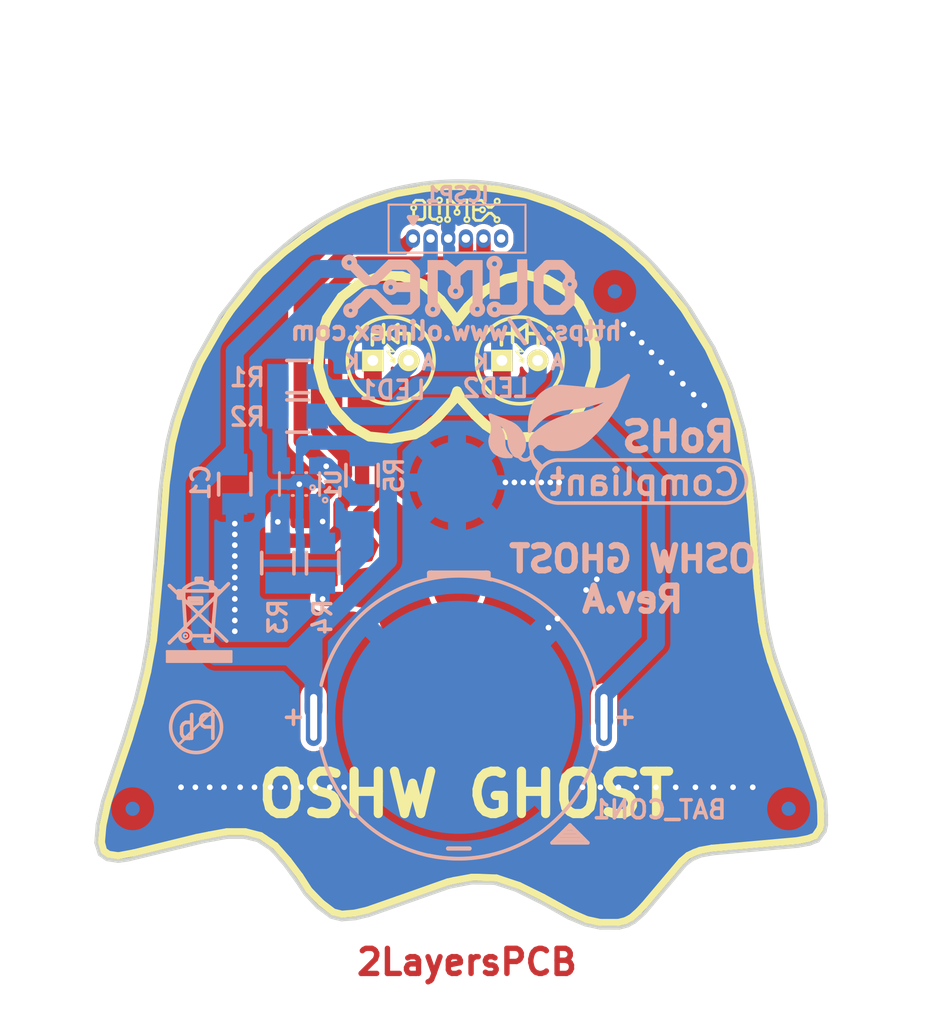
<source format=kicad_pcb>
(kicad_pcb (version 20221018) (generator pcbnew)
  (title_block (company "OLIMEX LTD.") (comment 1 "https://www.olimex.com"))
  (layers (0 "F.Cu" signal) (31 "B.Cu" signal) (34 "B.Paste" user) (35 "F.Paste" user) (36 "B.SilkS" user "B.Silkscreen") (37 "F.SilkS" user "F.Silkscreen") (38 "B.Mask" user) (39 "F.Mask" user) (44 "Edge.Cuts" user))
  (net 0 "")
  (net 1 "+3V3")
  (net 2 "GND")
  (net 3 "Net-(CB1-Pad1)")
  (net 4 "/CLK")
  (net 5 "/DAT")
  (net 6 "/MCLR")
  (net 7 "Net-(LED1-Pad2)")
  (net 8 "Net-(LED2-Pad2)")
  (net 9 "/LED")
  (net 10 "Net-(ICSP1-Pad6)")
  (footprint "OLIMEX_Buttons-FP:CAP_BUT_LOGO_OPENHARDWARE_16x16" (layer "F.Cu") (at 106.045 78.486)
    (fp_text reference "CB1" hide)
    (fp_text value "CAP_BUT" hide)
  )
  (footprint "OLIMEX_LEDs-FP:LED-3mm-PTH-KA" (layer "F.Cu") (at 101.346 62.23)
    (fp_text reference "LED1")
    (fp_text value "LED-3.0MM/GREEN")
  )
  (footprint "OLIMEX_LEDs-FP:LED-3mm-PTH-KA" (layer "F.Cu") (at 110.49 62.23)
    (fp_text reference "LED2")
    (fp_text value "LED-3.0MM/GREEN")
  )
  (footprint "OLIMEX_LOGOs-FP:OLIMEX_LOGO_SMALL_TB" (layer "F.Cu") (at 105.918 51.562)
    (fp_text reference "")
    (fp_text value "")
  )
  (footprint "OLIMEX_Connectors-FP:CR2032H_PTH" (layer "B.Cu") (at 106.172 87.503 -90)
    (fp_text reference "BAT_CON1")
    (fp_text value "CR2032H_PTH")
  )
  (footprint "OLIMEX_RLC-FP:C_1206_5MIL_DWS" (layer "B.Cu") (at 90.297 70.993 -90)
    (fp_text reference "C1")
    (fp_text value "100nF/50V/20%/Y5V/C1206")
  )
  (footprint "OLIMEX_Connectors-FP:ICSP-WU06S" (layer "B.Cu") (at 106.045 53.594)
    (fp_text reference "ICSP1")
    (fp_text value "NA(WU06S)")
  )
  (footprint "OLIMEX_RLC-FP:R_1206_5MIL_DWS" (layer "B.Cu") (at 94.742 63.373)
    (fp_text reference "R1")
    (fp_text value "120R/R1206")
  )
  (footprint "OLIMEX_RLC-FP:R_1206_5MIL_DWS" (layer "B.Cu") (at 94.742 66.167)
    (fp_text reference "R2")
    (fp_text value "120R/R1206")
  )
  (footprint "OLIMEX_RLC-FP:R_1206_5MIL_DWS" (layer "B.Cu") (at 93.345 76.581 -90)
    (fp_text reference "R3")
    (fp_text value "1M/R1206")
  )
  (footprint "OLIMEX_RLC-FP:R_1206_5MIL_DWS" (layer "B.Cu") (at 96.52 76.581 -90)
    (fp_text reference "R4")
    (fp_text value "120R/R1206")
  )
  (footprint "OLIMEX_RLC-FP:R_1206_5MIL_DWS" (layer "B.Cu") (at 99.314 70.358 -90)
    (fp_text reference "R5")
    (fp_text value "NA(10k/R1206)")
  )
  (footprint "OLIMEX_IC-FP:SOT23-6" (layer "B.Cu") (at 94.8826 70.981595 -90)
    (fp_text reference "U1")
    (fp_text value "PIC10F206T-I/OT(SOT23-6)")
  )
  (footprint "OLIMEX_Other-FP:BADGE-PIN-CLIPS" (layer "B.Cu") (at 106.045 70.866)
    (fp_text reference "BPC1" hide)
    (fp_text value "BADGE-PIN-CLIPS")
  )
  (footprint "OLIMEX_Other-FP:Fiducial1x3" (layer "B.Cu") (at 83.058 93.98)
    (fp_text reference "")
    (fp_text value "")
  )
  (footprint "OLIMEX_Other-FP:Fiducial1x3" (layer "B.Cu") (at 117.221 57.3405)
    (fp_text reference "")
    (fp_text value "")
  )
  (footprint "OLIMEX_Other-FP:Fiducial1x3" (layer "B.Cu") (at 129.54 93.98)
    (fp_text reference "")
    (fp_text value "")
  )
  (footprint "OLIMEX_LOGOs-FP:LOGO_PBFREE" (layer "B.Cu") (at 87.757 87.884)
    (fp_text reference "")
    (fp_text value "")
  )
  (footprint "OLIMEX_LOGOs-FP:LOGO_RECYCLEBIN_1" (layer "B.Cu") (at 90.1065 83.6295 180)
    (fp_text reference "" hide)
    (fp_text value "" hide)
  )
  (footprint "OLIMEX_LOGOs-FP:LOGO_ROHS_1" (layer "B.Cu") (at 125.5395 71.6915 180)
    (fp_text reference "Ref**" hide)
    (fp_text value "Val**" hide)
  )
  (footprint "OLIMEX_LOGOs-FP:OLIMEX_LOGO_TB" (layer "B.Cu") (at 106.045 56.9595 180)
    (fp_text reference "" hide)
    (fp_text value "" hide)
  )
  (gr_line (start 103.2129 52.0827) (end 102.9335 52.5399) (stroke (width 0.3)) (layer "B.SilkS"))
  (gr_line (start 102.6287 52.0827) (end 103.2129 52.0827) (stroke (width 0.3)) (layer "B.SilkS"))
  (gr_line (start 102.9081 52.5145) (end 102.6287 52.0827) (stroke (width 0.3)) (layer "B.SilkS"))
  (gr_line (start 102.9335 52.1335) (end 102.9335 52.3621) (stroke (width 0.3)) (layer "B.SilkS"))
  (gr_line (start 122.1232 58.6232) (end 123.9012 61.4934) (stroke (width 0.5)) (layer "F.SilkS"))
  (gr_line (start 99.822 67.6148) (end 101.3714 67.7672) (stroke (width 0.7)) (layer "F.SilkS"))
  (gr_line (start 131.7498 95.4024) (end 131.3942 95.9104) (stroke (width 0.5)) (layer "F.SilkS"))
  (gr_line (start 95.5548 99.7458) (end 94.9198 98.7552) (stroke (width 0.5)) (layer "F.SilkS"))
  (gr_line (start 128.27 83.5152) (end 128.7272 84.836) (stroke (width 0.5)) (layer "F.SilkS"))
  (gr_line (start 130.937 96.0882) (end 130.1496 96.2406) (stroke (width 0.5)) (layer "F.SilkS"))
  (gr_line (start 91.0336 95.6056) (end 89.7382 95.6056) (stroke (width 0.5)) (layer "F.SilkS"))
  (gr_line (start 105.8418 99.06) (end 105.3846 99.1616) (stroke (width 0.5)) (layer "F.SilkS"))
  (gr_line (start 86.2838 66.421) (end 86.995 64.4144) (stroke (width 0.5)) (layer "F.SilkS"))
  (gr_line (start 104.6226 66.3194) (end 105.8164 64.9986) (stroke (width 0.7)) (layer "F.SilkS"))
  (gr_line (start 87.6046 96.012) (end 83.1342 97.1042) (stroke (width 0.5)) (layer "F.SilkS"))
  (gr_line (start 127.6096 80.7212) (end 127.7366 81.5086) (stroke (width 0.5)) (layer "F.SilkS"))
  (gr_line (start 123.8758 61.468) (end 124.968 63.8302) (stroke (width 0.5)) (layer "F.SilkS"))
  (gr_line (start 116.6114 53.086) (end 117.9576 54.0766) (stroke (width 0.5)) (layer "F.SilkS"))
  (gr_line (start 118.4148 101.6762) (end 117.983 101.9048) (stroke (width 0.5)) (layer "F.SilkS"))
  (gr_line (start 96.2152 62.738) (end 96.647 64.3382) (stroke (width 0.7)) (layer "F.SilkS"))
  (gr_line (start 115.8494 62.8142) (end 115.8494 61.3918) (stroke (width 0.7)) (layer "F.SilkS"))
  (gr_line (start 96.3168 60.9092) (end 96.2152 62.738) (stroke (width 0.7)) (layer "F.SilkS"))
  (gr_line (start 89.7382 95.6056) (end 88.4936 95.8342) (stroke (width 0.5)) (layer "F.SilkS"))
  (gr_line (start 105.1814 49.911) (end 106.426 49.911) (stroke (width 0.5)) (layer "F.SilkS"))
  (gr_line (start 97.282 101.2952) (end 96.4184 100.6348) (stroke (width 0.5)) (layer "F.SilkS"))
  (gr_line (start 108.9914 50.1142) (end 110.9218 50.4952) (stroke (width 0.5)) (layer "F.SilkS"))
  (gr_line (start 119.4816 55.4482) (end 121.2342 57.4802) (stroke (width 0.5)) (layer "F.SilkS"))
  (gr_line (start 101.727 50.419) (end 103.7336 50.0634) (stroke (width 0.5)) (layer "F.SilkS"))
  (gr_line (start 83.3628 87.1982) (end 83.5914 86.4616) (stroke (width 0.5)) (layer "F.SilkS"))
  (gr_line (start 103.0478 67.4624) (end 103.6574 67.1322) (stroke (width 0.7)) (layer "F.SilkS"))
  (gr_line (start 131.5212 92.5576) (end 131.7752 93.4212) (stroke (width 0.5)) (layer "F.SilkS"))
  (gr_line (start 112.141 100.2538) (end 110.4392 99.4156) (stroke (width 0.5)) (layer "F.SilkS"))
  (gr_line (start 105.8164 64.9986) (end 106.045 64.4144) (stroke (width 0.7)) (layer "F.SilkS"))
  (gr_line (start 90.0684 58.6486) (end 92.1004 56.1086) (stroke (width 0.5)) (layer "F.SilkS"))
  (gr_line (start 127.1524 76.1746) (end 127.3302 78.359) (stroke (width 0.5)) (layer "F.SilkS"))
  (gr_line (start 125.73 66.2178) (end 126.0094 67.1576) (stroke (width 0.5)) (layer "F.SilkS"))
  (gr_line (start 101.3714 67.7672) (end 103.0478 67.4624) (stroke (width 0.7)) (layer "F.SilkS"))
  (gr_line (start 114.1222 101.346) (end 112.8776 100.6602) (stroke (width 0.5)) (layer "F.SilkS"))
  (gr_line (start 124.714 96.7232) (end 124.1044 96.774) (stroke (width 0.5)) (layer "F.SilkS"))
  (gr_line (start 107.569 98.8314) (end 107.0864 98.8314) (stroke (width 0.5)) (layer "F.SilkS"))
  (gr_line (start 126.8476 72.2884) (end 127.1524 76.1746) (stroke (width 0.5)) (layer "F.SilkS"))
  (gr_line (start 82.8294 89.0016) (end 83.3628 87.1982) (stroke (width 0.5)) (layer "F.SilkS"))
  (gr_line (start 96.6978 52.4764) (end 98.2218 51.6636) (stroke (width 0.5)) (layer "F.SilkS"))
  (gr_line (start 98.2218 51.6636) (end 99.695 51.054) (stroke (width 0.5)) (layer "F.SilkS"))
  (gr_line (start 100.711 56.2356) (end 99.1108 56.769) (stroke (width 0.7)) (layer "F.SilkS"))
  (gr_line (start 124.968 63.8302) (end 125.222 64.4906) (stroke (width 0.5)) (layer "F.SilkS"))
  (gr_line (start 115.3414 64.4906) (end 115.8494 62.8142) (stroke (width 0.7)) (layer "F.SilkS"))
  (gr_line (start 131.3942 95.9104) (end 130.937 96.0882) (stroke (width 0.5)) (layer "F.SilkS"))
  (gr_line (start 126.0094 67.1576) (end 126.4666 69.5706) (stroke (width 0.5)) (layer "F.SilkS"))
  (gr_line (start 81.9404 91.6178) (end 82.8294 89.0016) (stroke (width 0.5)) (layer "F.SilkS"))
  (gr_line (start 113.0046 51.181) (end 114.935 52.0954) (stroke (width 0.5)) (layer "F.SilkS"))
  (gr_line (start 97.8916 101.4476) (end 97.282 101.2952) (stroke (width 0.5)) (layer "F.SilkS"))
  (gr_line (start 83.5914 86.4616) (end 84.1248 84.2772) (stroke (width 0.5)) (layer "F.SilkS"))
  (gr_line (start 80.9498 95.1738) (end 81.3054 93.5482) (stroke (width 0.5)) (layer "F.SilkS"))
  (gr_line (start 96.647 64.3382) (end 97.4852 65.786) (stroke (width 0.7)) (layer "F.SilkS"))
  (gr_line (start 104.902 57.9628) (end 103.6066 56.8198) (stroke (width 0.7)) (layer "F.SilkS"))
  (gr_line (start 112.4458 56.515) (end 110.9218 56.1594) (stroke (width 0.7)) (layer "F.SilkS"))
  (gr_line (start 85.852 68.1228) (end 86.2838 66.421) (stroke (width 0.5)) (layer "F.SilkS"))
  (gr_line (start 122.8598 97.0788) (end 122.428 97.282) (stroke (width 0.5)) (layer "F.SilkS"))
  (gr_line (start 96.8248 59.2582) (end 96.3168 60.9092) (stroke (width 0.7)) (layer "F.SilkS"))
  (gr_line (start 88.4936 95.8342) (end 87.6046 96.012) (stroke (width 0.5)) (layer "F.SilkS"))
  (gr_line (start 92.4306 96.0882) (end 92.1258 95.885) (stroke (width 0.5)) (layer "F.SilkS"))
  (gr_line (start 99.695 51.054) (end 101.727 50.419) (stroke (width 0.5)) (layer "F.SilkS"))
  (gr_line (start 115.8494 61.3918) (end 115.4938 59.7662) (stroke (width 0.7)) (layer "F.SilkS"))
  (gr_line (start 106.7308 65.4304) (end 107.315 66.0908) (stroke (width 0.7)) (layer "F.SilkS"))
  (gr_line (start 114.935 52.0954) (end 116.6114 53.086) (stroke (width 0.5)) (layer "F.SilkS"))
  (gr_line (start 106.4006 65.0748) (end 106.7308 65.4304) (stroke (width 0.7)) (layer "F.SilkS"))
  (gr_line (start 85.0392 76.581) (end 85.4456 70.9422) (stroke (width 0.5)) (layer "F.SilkS"))
  (gr_line (start 111.8616 67.6402) (end 113.3856 67.1068) (stroke (width 0.7)) (layer "F.SilkS"))
  (gr_line (start 84.5312 82.042) (end 84.7598 79.6544) (stroke (width 0.5)) (layer "F.SilkS"))
  (gr_line (start 108.839 98.8822) (end 107.569 98.8314) (stroke (width 0.5)) (layer "F.SilkS"))
  (gr_line (start 81.0006 96.9518) (end 80.8482 96.3422) (stroke (width 0.5)) (layer "F.SilkS"))
  (gr_line (start 105.3846 99.1616) (end 101.854 100.4062) (stroke (width 0.5)) (layer "F.SilkS"))
  (gr_line (start 125.222 64.4906) (end 125.73 66.2178) (stroke (width 0.5)) (layer "F.SilkS"))
  (gr_line (start 110.9218 56.1594) (end 109.4486 56.4642) (stroke (width 0.7)) (layer "F.SilkS"))
  (gr_line (start 131.826 94.5134) (end 131.826 95.0976) (stroke (width 0.5)) (layer "F.SilkS"))
  (gr_line (start 119.2784 100.838) (end 118.8974 101.2444) (stroke (width 0.5)) (layer "F.SilkS"))
  (gr_line (start 89.4842 59.5122) (end 90.0684 58.6486) (stroke (width 0.5)) (layer "F.SilkS"))
  (gr_line (start 81.3562 97.2058) (end 81.0006 96.9518) (stroke (width 0.5)) (layer "F.SilkS"))
  (gr_line (start 118.8974 101.2444) (end 118.4148 101.6762) (stroke (width 0.5)) (layer "F.SilkS"))
  (gr_line (start 97.8662 57.7342) (end 96.8248 59.2582) (stroke (width 0.7)) (layer "F.SilkS"))
  (gr_line (start 117.983 101.9048) (end 117.475 102.0318) (stroke (width 0.5)) (layer "F.SilkS"))
  (gr_line (start 107.6198 57.6326) (end 108.0516 57.2516) (stroke (width 0.7)) (layer "F.SilkS"))
  (gr_line (start 107.4674 49.9364) (end 108.9914 50.1142) (stroke (width 0.5)) (layer "F.SilkS"))
  (gr_line (start 131.826 95.0976) (end 131.7498 95.4024) (stroke (width 0.5)) (layer "F.SilkS"))
  (gr_line (start 117.9576 54.0766) (end 119.4816 55.4482) (stroke (width 0.5)) (layer "F.SilkS"))
  (gr_line (start 93.1672 96.5962) (end 92.4306 96.0882) (stroke (width 0.5)) (layer "F.SilkS"))
  (gr_line (start 128.7272 84.836) (end 129.5146 86.868) (stroke (width 0.5)) (layer "F.SilkS"))
  (gr_line (start 113.3856 67.1068) (end 114.554 65.9638) (stroke (width 0.7)) (layer "F.SilkS"))
  (gr_line (start 85.4456 70.9422) (end 85.852 68.1228) (stroke (width 0.5)) (layer "F.SilkS"))
  (gr_line (start 106.172 49.911) (end 106.68 49.911) (stroke (width 0.5)) (layer "F.SilkS"))
  (gr_line (start 80.8482 96.3422) (end 80.9498 95.1738) (stroke (width 0.5)) (layer "F.SilkS"))
  (gr_line (start 121.9454 97.6884) (end 119.3038 100.8126) (stroke (width 0.5)) (layer "F.SilkS"))
  (gr_line (start 127.9652 82.4484) (end 128.27 83.5406) (stroke (width 0.5)) (layer "F.SilkS"))
  (gr_line (start 98.4758 66.8528) (end 99.822 67.6148) (stroke (width 0.7)) (layer "F.SilkS"))
  (gr_line (start 129.5146 86.868) (end 130.302 88.8238) (stroke (width 0.5)) (layer "F.SilkS"))
  (gr_line (start 106.807 58.4454) (end 107.6198 57.6326) (stroke (width 0.7)) (layer "F.SilkS"))
  (gr_line (start 105.9942 59.4614) (end 106.807 58.4454) (stroke (width 0.7)) (layer "F.SilkS"))
  (gr_line (start 103.6574 67.1322) (end 104.6226 66.3194) (stroke (width 0.7)) (layer "F.SilkS"))
  (gr_line (start 101.854 100.4062) (end 99.6696 101.1682) (stroke (width 0.5)) (layer "F.SilkS"))
  (gr_line (start 106.045 64.4144) (end 106.4006 65.0748) (stroke (width 0.7)) (layer "F.SilkS"))
  (gr_line (start 96.4184 100.6348) (end 95.5548 99.7458) (stroke (width 0.5)) (layer "F.SilkS"))
  (gr_line (start 86.995 64.4144) (end 87.8332 62.4078) (stroke (width 0.5)) (layer "F.SilkS"))
  (gr_line (start 83.1342 97.1042) (end 82.042 97.3074) (stroke (width 0.5)) (layer "F.SilkS"))
  (gr_line (start 84.7598 79.6544) (end 85.0392 76.581) (stroke (width 0.5)) (layer "F.SilkS"))
  (gr_line (start 84.1248 84.2772) (end 84.5312 82.042) (stroke (width 0.5)) (layer "F.SilkS"))
  (gr_line (start 122.428 97.282) (end 121.9454 97.6884) (stroke (width 0.5)) (layer "F.SilkS"))
  (gr_line (start 124.1044 96.774) (end 123.2662 96.9264) (stroke (width 0.5)) (layer "F.SilkS"))
  (gr_line (start 116.1796 102.0318) (end 115.2398 101.8286) (stroke (width 0.5)) (layer "F.SilkS"))
  (gr_line (start 107.0864 98.8314) (end 105.8418 99.06) (stroke (width 0.5)) (layer "F.SilkS"))
  (gr_line (start 126.6698 70.6628) (end 126.8476 72.2884) (stroke (width 0.5)) (layer "F.SilkS"))
  (gr_line (start 123.2662 96.9264) (end 122.8598 97.0788) (stroke (width 0.5)) (layer "F.SilkS"))
  (gr_line (start 110.4138 67.6656) (end 111.8616 67.6402) (stroke (width 0.7)) (layer "F.SilkS"))
  (gr_line (start 94.9198 98.7552) (end 94.0816 97.6376) (stroke (width 0.5)) (layer "F.SilkS"))
  (gr_line (start 103.6066 56.8198) (end 102.1334 56.261) (stroke (width 0.7)) (layer "F.SilkS"))
  (gr_line (start 106.0196 59.4106) (end 104.902 57.9628) (stroke (width 0.7)) (layer "F.SilkS"))
  (gr_line (start 127.3302 78.359) (end 127.6096 80.7212) (stroke (width 0.5)) (layer "F.SilkS"))
  (gr_line (start 82.042 97.3074) (end 81.3562 97.2058) (stroke (width 0.5)) (layer "F.SilkS"))
  (gr_line (start 112.8776 100.6602) (end 112.141 100.2538) (stroke (width 0.5)) (layer "F.SilkS"))
  (gr_line (start 109.9312 67.6148) (end 110.4138 67.6656) (stroke (width 0.7)) (layer "F.SilkS"))
  (gr_line (start 81.3054 93.5482) (end 81.9404 91.6178) (stroke (width 0.5)) (layer "F.SilkS"))
  (gr_line (start 103.7336 50.0634) (end 105.1814 49.911) (stroke (width 0.5)) (layer "F.SilkS"))
  (gr_line (start 114.554 65.9638) (end 115.3414 64.4906) (stroke (width 0.7)) (layer "F.SilkS"))
  (gr_line (start 110.9218 50.4952) (end 113.0046 51.181) (stroke (width 0.5)) (layer "F.SilkS"))
  (gr_line (start 131.7752 93.4212) (end 131.826 94.5134) (stroke (width 0.5)) (layer "F.SilkS"))
  (gr_line (start 126.4666 69.5706) (end 126.6698 70.6628) (stroke (width 0.5)) (layer "F.SilkS"))
  (gr_line (start 97.4852 65.786) (end 98.4758 66.8528) (stroke (width 0.7)) (layer "F.SilkS"))
  (gr_line (start 99.6696 101.1682) (end 98.7806 101.3714) (stroke (width 0.5)) (layer "F.SilkS"))
  (gr_line (start 117.475 102.0318) (end 116.1796 102.0318) (stroke (width 0.5)) (layer "F.SilkS"))
  (gr_line (start 106.68 49.911) (end 107.4674 49.9364) (stroke (width 0.5)) (layer "F.SilkS"))
  (gr_line (start 87.8332 62.4078) (end 89.4842 59.5122) (stroke (width 0.5)) (layer "F.SilkS"))
  (gr_line (start 115.4938 59.7662) (end 114.7064 58.2422) (stroke (width 0.7)) (layer "F.SilkS"))
  (gr_line (start 114.7064 58.2422) (end 113.8174 57.3278) (stroke (width 0.7)) (layer "F.SilkS"))
  (gr_line (start 113.8174 57.3278) (end 112.4458 56.515) (stroke (width 0.7)) (layer "F.SilkS"))
  (gr_line (start 130.1496 96.2406) (end 124.714 96.7232) (stroke (width 0.5)) (layer "F.SilkS"))
  (gr_line (start 107.315 66.0908) (end 108.077 66.802) (stroke (width 0.7)) (layer "F.SilkS"))
  (gr_line (start 94.0816 97.6376) (end 93.1672 96.5962) (stroke (width 0.5)) (layer "F.SilkS"))
  (gr_line (start 99.1108 56.769) (end 97.8662 57.7342) (stroke (width 0.7)) (layer "F.SilkS"))
  (gr_line (start 93.7514 54.61) (end 95.1992 53.4924) (stroke (width 0.5)) (layer "F.SilkS"))
  (gr_line (start 109.4486 56.4642) (end 108.0262 57.277) (stroke (width 0.7)) (layer "F.SilkS"))
  (gr_line (start 95.1992 53.4924) (end 96.6978 52.4764) (stroke (width 0.5)) (layer "F.SilkS"))
  (gr_line (start 127.7366 81.5086) (end 127.9652 82.4484) (stroke (width 0.5)) (layer "F.SilkS"))
  (gr_line (start 108.6866 67.2084) (end 109.9312 67.6148) (stroke (width 0.7)) (layer "F.SilkS"))
  (gr_line (start 98.7806 101.3714) (end 97.8916 101.4476) (stroke (width 0.5)) (layer "F.SilkS"))
  (gr_line (start 102.1334 56.261) (end 100.711 56.2356) (stroke (width 0.7)) (layer "F.SilkS"))
  (gr_line (start 92.1004 56.1086) (end 93.7514 54.61) (stroke (width 0.5)) (layer "F.SilkS"))
  (gr_line (start 92.1258 95.885) (end 91.0336 95.6056) (stroke (width 0.5)) (layer "F.SilkS"))
  (gr_line (start 108.077 66.802) (end 108.6866 67.2084) (stroke (width 0.7)) (layer "F.SilkS"))
  (gr_line (start 130.302 88.8238) (end 130.9624 90.8304) (stroke (width 0.5)) (layer "F.SilkS"))
  (gr_line (start 121.2342 57.4802) (end 122.1232 58.6232) (stroke (width 0.5)) (layer "F.SilkS"))
  (gr_line (start 115.2398 101.8286) (end 114.1222 101.346) (stroke (width 0.5)) (layer "F.SilkS"))
  (gr_line (start 110.4392 99.4156) (end 108.839 98.8822) (stroke (width 0.5)) (layer "F.SilkS"))
  (gr_line (start 130.9624 90.8304) (end 131.5212 92.5576) (stroke (width 0.5)) (layer "F.SilkS"))
  (gr_line (start 128.8796 84.1502) (end 128.397 82.6262) (stroke (width 0.254)) (layer "Edge.Cuts"))
  (gr_line (start 110.1852 99.7204) (end 112.141 100.6856) (stroke (width 0.254)) (layer "Edge.Cuts"))
  (gr_line (start 83.2358 86.3346) (end 82.4738 88.8492) (stroke (width 0.254)) (layer "Edge.Cuts"))
  (gr_line (start 132.1054 93.1164) (end 130.683 88.7476) (stroke (width 0.254)) (layer "Edge.Cuts"))
  (gr_line (start 82.7532 97.5868) (end 88.0872 96.2914) (stroke (width 0.254)) (layer "Edge.Cuts"))
  (gr_line (start 108.6866 99.2378) (end 110.1852 99.7204) (stroke (width 0.254)) (layer "Edge.Cuts"))
  (gr_line (start 132.207 95.123) (end 132.207 94.4372) (stroke (width 0.254)) (layer "Edge.Cuts"))
  (gr_line (start 126.3904 67.1068) (end 125.5776 64.3636) (stroke (width 0.254)) (layer "Edge.Cuts"))
  (gr_line (start 97.8662 101.8286) (end 98.8314 101.7524) (stroke (width 0.254)) (layer "Edge.Cuts"))
  (gr_line (start 128.0668 81.1784) (end 127.8382 79.629) (stroke (width 0.254)) (layer "Edge.Cuts"))
  (gr_line (start 129.3876 85.471) (end 128.8796 84.1502) (stroke (width 0.254)) (layer "Edge.Cuts"))
  (gr_line (start 80.7212 97.2058) (end 81.2292 97.5614) (stroke (width 0.254)) (layer "Edge.Cuts"))
  (gr_line (start 85.2424 69.5706) (end 85.0138 71.4248) (stroke (width 0.254)) (layer "Edge.Cuts"))
  (gr_line (start 119.3292 101.3714) (end 122.2502 97.917) (stroke (width 0.254)) (layer "Edge.Cuts"))
  (gr_line (start 80.9498 93.4212) (end 80.5688 95.0976) (stroke (width 0.254)) (layer "Edge.Cuts"))
  (gr_line (start 105.5116 99.5172) (end 107.0864 99.2124) (stroke (width 0.254)) (layer "Edge.Cuts"))
  (gr_line (start 91.9226 96.2152) (end 92.8116 96.7994) (stroke (width 0.254)) (layer "Edge.Cuts"))
  (gr_line (start 113.9444 101.7016) (end 115.1128 102.1842) (stroke (width 0.254)) (layer "Edge.Cuts"))
  (gr_line (start 122.7328 97.5614) (end 123.317 97.3074) (stroke (width 0.254)) (layer "Edge.Cuts"))
  (gr_line (start 84.1502 81.9658) (end 83.7692 84.1502) (stroke (width 0.254)) (layer "Edge.Cuts"))
  (gr_line (start 84.328 80.2894) (end 84.1502 81.9658) (stroke (width 0.254)) (layer "Edge.Cuts"))
  (gr_line (start 99.7966 101.5238) (end 105.5116 99.5172) (stroke (width 0.254)) (layer "Edge.Cuts"))
  (gr_line (start 125.3998 63.8556) (end 124.2314 61.3156) (stroke (width 0.254)) (layer "Edge.Cuts"))
  (gr_line (start 123.317 97.3074) (end 124.1806 97.155) (stroke (width 0.254)) (layer "Edge.Cuts"))
  (gr_line (start 86.3854 64.9732) (end 85.8774 66.5226) (stroke (width 0.254)) (layer "Edge.Cuts"))
  (gr_line (start 90.932 56.9722) (end 89.281 59.0804) (stroke (width 0.254)) (layer "Edge.Cuts"))
  (gr_line (start 89.281 59.0804) (end 87.4268 62.3824) (stroke (width 0.254)) (layer "Edge.Cuts"))
  (gr_line (start 127.635 77.343) (end 127.2286 72.2376) (stroke (width 0.254)) (layer "Edge.Cuts"))
  (gr_line (start 118.1354 102.2604) (end 118.6434 101.981) (stroke (width 0.254)) (layer "Edge.Cuts"))
  (gr_line (start 85.8774 66.5226) (end 85.5218 67.945) (stroke (width 0.254)) (layer "Edge.Cuts"))
  (gr_line (start 90.9574 95.9866) (end 91.9226 96.2152) (stroke (width 0.254)) (layer "Edge.Cuts"))
  (gr_line (start 122.2502 97.917) (end 122.7328 97.5614) (stroke (width 0.254)) (layer "Edge.Cuts"))
  (gr_line (start 82.042 97.6884) (end 82.7532 97.5868) (stroke (width 0.254)) (layer "Edge.Cuts"))
  (gr_line (start 127.2286 72.2376) (end 127.0254 70.5358) (stroke (width 0.254)) (layer "Edge.Cuts"))
  (gr_line (start 107.0864 99.2124) (end 108.6866 99.2378) (stroke (width 0.254)) (layer "Edge.Cuts"))
  (gr_line (start 93.9038 98.0186) (end 94.6912 99.1108) (stroke (width 0.254)) (layer "Edge.Cuts"))
  (gr_line (start 112.141 100.6856) (end 113.9444 101.7016) (stroke (width 0.254)) (layer "Edge.Cuts"))
  (gr_line (start 81.407 92.0496) (end 80.9498 93.4212) (stroke (width 0.254)) (layer "Edge.Cuts"))
  (gr_line (start 131.6228 96.2406) (end 132.1054 95.5802) (stroke (width 0.254)) (layer "Edge.Cuts"))
  (gr_line (start 130.683 88.7476) (end 129.3876 85.471) (stroke (width 0.254)) (layer "Edge.Cuts"))
  (gr_line (start 122.5804 58.6232) (end 121.8438 57.6072) (stroke (width 0.254)) (layer "Edge.Cuts"))
  (gr_line (start 88.0872 96.2914) (end 89.7636 95.9866) (stroke (width 0.254)) (layer "Edge.Cuts"))
  (gr_line (start 83.7692 84.1502) (end 83.2358 86.3346) (stroke (width 0.254)) (layer "Edge.Cuts"))
  (gr_line (start 92.8116 96.7994) (end 93.091 97.0788) (stroke (width 0.254)) (layer "Edge.Cuts"))
  (gr_line (start 98.8314 101.7524) (end 99.7966 101.5238) (stroke (width 0.254)) (layer "Edge.Cuts"))
  (gr_line (start 93.218 54.5846) (end 91.7702 55.9308) (stroke (width 0.254)) (layer "Edge.Cuts"))
  (gr_line (start 128.397 82.6262) (end 128.0668 81.1784) (stroke (width 0.254)) (layer "Edge.Cuts"))
  (gr_line (start 117.5512 102.4128) (end 118.1354 102.2604) (stroke (width 0.254)) (layer "Edge.Cuts"))
  (gr_line (start 132.1562 93.3958) (end 132.1054 93.1164) (stroke (width 0.254)) (layer "Edge.Cuts"))
  (gr_line (start 85.5218 67.945) (end 85.2424 69.5706) (stroke (width 0.254)) (layer "Edge.Cuts"))
  (gr_line (start 91.7702 55.9308) (end 90.932 56.9722) (stroke (width 0.254)) (layer "Edge.Cuts"))
  (gr_line (start 93.091 97.0788) (end 93.9038 98.0186) (stroke (width 0.254)) (layer "Edge.Cuts"))
  (gr_line (start 117.221 102.4128) (end 117.5512 102.4128) (stroke (width 0.254)) (layer "Edge.Cuts"))
  (gr_line (start 131.0386 96.4692) (end 131.6228 96.2406) (stroke (width 0.254)) (layer "Edge.Cuts"))
  (gr_line (start 80.5688 95.0976) (end 80.4672 96.393) (stroke (width 0.254)) (layer "Edge.Cuts"))
  (gr_line (start 130.2004 96.6216) (end 131.0386 96.4692) (stroke (width 0.254)) (layer "Edge.Cuts"))
  (gr_line (start 80.4672 96.393) (end 80.7212 97.2058) (stroke (width 0.254)) (layer "Edge.Cuts"))
  (gr_line (start 116.1796 102.4128) (end 117.221 102.4128) (stroke (width 0.254)) (layer "Edge.Cuts"))
  (gr_line (start 124.2314 61.3156) (end 122.5804 58.6232) (stroke (width 0.254)) (layer "Edge.Cuts"))
  (gr_line (start 118.6434 101.981) (end 119.3292 101.3714) (stroke (width 0.254)) (layer "Edge.Cuts"))
  (gr_line (start 85.0138 71.4248) (end 84.4804 78.74) (stroke (width 0.254)) (layer "Edge.Cuts"))
  (gr_line (start 84.4804 78.74) (end 84.328 80.2894) (stroke (width 0.254)) (layer "Edge.Cuts"))
  (gr_line (start 121.8438 57.6072) (end 120.142 55.626) (stroke (width 0.254)) (layer "Edge.Cuts"))
  (gr_line (start 95.3008 100.0252) (end 96.1644 100.9396) (stroke (width 0.254)) (layer "Edge.Cuts"))
  (gr_line (start 82.4738 88.8492) (end 81.407 92.0496) (stroke (width 0.254)) (layer "Edge.Cuts"))
  (gr_line (start 127.0254 70.5358) (end 126.3904 67.1068) (stroke (width 0.254)) (layer "Edge.Cuts"))
  (gr_line (start 97.1296 101.6508) (end 97.8662 101.8286) (stroke (width 0.254)) (layer "Edge.Cuts"))
  (gr_line (start 127.8382 79.629) (end 127.635 77.343) (stroke (width 0.254)) (layer "Edge.Cuts"))
  (gr_line (start 87.4268 62.3824) (end 86.3854 64.9732) (stroke (width 0.254)) (layer "Edge.Cuts"))
  (gr_line (start 125.5776 64.3636) (end 125.3998 63.8556) (stroke (width 0.254)) (layer "Edge.Cuts"))
  (gr_arc (start 93.218 54.61) (mid 106.89042 49.541857) (end 120.142 55.626) (stroke (width 0.254)) (layer "Edge.Cuts"))
  (gr_line (start 81.2292 97.5614) (end 82.042 97.6884) (stroke (width 0.254)) (layer "Edge.Cuts"))
  (gr_line (start 124.1806 97.155) (end 125.5522 97.028) (stroke (width 0.254)) (layer "Edge.Cuts"))
  (gr_line (start 115.1128 102.1842) (end 116.1796 102.4128) (stroke (width 0.254)) (layer "Edge.Cuts"))
  (gr_line (start 125.5522 97.028) (end 130.2004 96.6216) (stroke (width 0.254)) (layer "Edge.Cuts"))
  (gr_line (start 132.207 94.4372) (end 132.1562 93.3958) (stroke (width 0.254)) (layer "Edge.Cuts"))
  (gr_line (start 94.6912 99.1108) (end 95.3008 100.0252) (stroke (width 0.254)) (layer "Edge.Cuts"))
  (gr_line (start 132.1054 95.5802) (end 132.207 95.123) (stroke (width 0.254)) (layer "Edge.Cuts"))
  (gr_line (start 96.1644 100.9396) (end 97.1296 101.6508) (stroke (width 0.254)) (layer "Edge.Cuts"))
  (gr_line (start 89.7636 95.9866) (end 90.9574 95.9866) (stroke (width 0.254)) (layer "Edge.Cuts"))
  (gr_text "2LayersPCB" (at 106.7435 104.8385) (layer "F.Cu") (effects (font (size 1.778 1.778) (thickness 0.381))))
  (gr_text "A" (at 113.157 62.357) (layer "B.SilkS") (effects (font (size 1.016 1.016) (thickness 0.254)) (justify mirror)))
  (gr_text "K" (at 107.7595 62.357) (layer "B.SilkS") (effects (font (size 1.016 1.016) (thickness 0.254)) (justify mirror)))
  (gr_text "K" (at 98.6155 62.357) (layer "B.SilkS") (effects (font (size 1.016 1.016) (thickness 0.254)) (justify mirror)))
  (gr_text "A" (at 104.013 62.357) (layer "B.SilkS") (effects (font (size 1.016 1.016) (thickness 0.254)) (justify mirror)))
  (gr_text "https://www.olimex.com" (at 105.9815 60.1345) (layer "B.SilkS") (effects (font (size 1.27 1.27) (thickness 0.3)) (justify mirror)))
  (gr_text "OSHW GHOST\nRev.A" (at 118.491 77.724) (layer "B.SilkS") (effects (font (size 1.778 1.778) (thickness 0.4445)) (justify mirror)))
  (gr_text "OSHW GHOST" (at 106.68 92.964) (layer "F.SilkS") (effects (font (size 3 3) (thickness 0.65))))
  (segment (start 95.872 83.185) (end 95.872 86.003) (width 1.27) (layer "B.Cu") (net 1))
  (segment (start 87.8205 71.0565) (end 89.281 69.596) (width 1.27) (layer "B.Cu") (net 1))
  (segment (start 95.872 86.753) (end 95.872 86.601) (width 1.27) (layer "B.Cu") (net 1))
  (segment (start 103.886 65.4685) (end 114.808 65.4685) (width 1.27) (layer "B.Cu") (net 1))
  (segment (start 116.459 87.74) (end 116.472 87.753) (width 1.27) (layer "B.Cu") (net 1))
  (segment (start 94.8826 69.681495) (end 94.8826 68.933533) (width 0.508) (layer "B.Cu") (net 1))
  (segment (start 96.139 55.753) (end 97.155 55.753) (width 1.27) (layer "B.Cu") (net 1))
  (segment (start 104.17 55.0245) (end 104.17 53.594) (width 1.016) (layer "B.Cu") (net 1))
  (segment (start 95.872 84.8865) (end 94.1705 83.185) (width 1.27) (layer "B.Cu") (net 1))
  (segment (start 95.872 81.674) (end 94.361 83.185) (width 1.27) (layer "B.Cu") (net 1))
  (segment (start 103.251 55.753) (end 103.4415 55.753) (width 1.016) (layer "B.Cu") (net 1))
  (segment (start 97.155 55.753) (end 103.251 55.753) (width 1.27) (layer "B.Cu") (net 1))
  (segment (start 95.872 83.185) (end 94.1705 83.185) (width 1.27) (layer "B.Cu") (net 1))
  (segment (start 101.1555 68.199) (end 103.886 65.4685) (width 1.27) (layer "B.Cu") (net 1))
  (segment (start 90.297 68.3895) (end 90.297 61.595) (width 1.27) (layer "B.Cu") (net 1))
  (segment (start 88.9635 83.185) (end 87.8205 82.042) (width 1.27) (layer "B.Cu") (net 1))
  (segment (start 98.3996 68.0466) (end 96.012 68.0466) (width 1.016) (layer "B.Cu") (net 1))
  (segment (start 94.361 83.185) (end 94.1705 83.185) (width 1.27) (layer "B.Cu") (net 1))
  (segment (start 101.1555 69.075933) (end 101.1555 68.199) (width 1.27) (layer "B.Cu") (net 1))
  (segment (start 120.142 70.8025) (end 120.142 82.2325) (width 1.27) (layer "B.Cu") (net 1))
  (segment (start 90.297 69.596) (end 90.297 68.3895) (width 1.27) (layer "B.Cu") (net 1))
  (segment (start 95.769533 68.0466) (end 96.012 68.0466) (width 0.508) (layer "B.Cu") (net 1))
  (segment (start 98.3996 68.0466) (end 101.0031 68.0466) (width 1.016) (layer "B.Cu") (net 1))
  (segment (start 116.459 85.9155) (end 116.459 87.74) (width 1.27) (layer "B.Cu") (net 1))
  (segment (start 120.142 82.2325) (end 116.459 85.9155) (width 1.27) (layer "B.Cu") (net 1))
  (segment (start 95.872 87.003) (end 95.872 84.8865) (width 1.27) (layer "B.Cu") (net 1))
  (segment (start 101.1555 76.3905) (end 101.1555 69.075933) (width 1.27) (layer "B.Cu") (net 1))
  (segment (start 95.0595 67.818) (end 95.7834 67.818) (width 0.508) (layer "B.Cu") (net 1))
  (segment (start 101.1555 69.075933) (end 101.040567 68.961) (width 1.27) (layer "B.Cu") (net 1))
  (segment (start 87.8205 82.042) (end 87.8205 71.0565) (width 1.27) (layer "B.Cu") (net 1))
  (segment (start 94.8826 67.9949) (end 95.0595 67.818) (width 0.508) (layer "B.Cu") (net 1))
  (segment (start 89.281 69.596) (end 90.297 69.596) (width 1.27) (layer "B.Cu") (net 1))
  (segment (start 94.8826 69.681495) (end 94.8826 68.573495) (width 0.508) (layer "B.Cu") (net 1))
  (segment (start 94.8826 68.573495) (end 95.409495 68.0466) (width 0.508) (layer "B.Cu") (net 1))
  (segment (start 103.4415 55.753) (end 104.17 55.0245) (width 1.016) (layer "B.Cu") (net 1))
  (segment (start 89.281 69.596) (end 90.297 68.58) (width 1.27) (layer "B.Cu") (net 1))
  (segment (start 94.8826 68.573495) (end 94.8826 67.9949) (width 0.508) (layer "B.Cu") (net 1))
  (segment (start 95.7834 67.818) (end 96.012 68.0466) (width 0.508) (layer "B.Cu") (net 1))
  (segment (start 101.040567 68.961) (end 99.314 68.961) (width 1.27) (layer "B.Cu") (net 1))
  (segment (start 95.409495 68.0466) (end 95.5675 68.0466) (width 0.508) (layer "B.Cu") (net 1))
  (segment (start 94.1705 83.185) (end 88.9635 83.185) (width 1.27) (layer "B.Cu") (net 1))
  (segment (start 101.0031 68.0466) (end 101.1555 68.199) (width 1.016) (layer "B.Cu") (net 1))
  (segment (start 90.297 68.58) (end 90.297 68.3895) (width 1.27) (layer "B.Cu") (net 1))
  (segment (start 95.872 83.185) (end 95.872 81.674) (width 1.27) (layer "B.Cu") (net 1))
  (segment (start 98.3996 68.0466) (end 99.314 68.961) (width 1.016) (layer "B.Cu") (net 1))
  (segment (start 95.872 81.674) (end 101.1555 76.3905) (width 1.27) (layer "B.Cu") (net 1))
  (segment (start 94.8826 68.933533) (end 95.769533 68.0466) (width 0.508) (layer "B.Cu") (net 1))
  (segment (start 96.012 68.0466) (end 95.5675 68.0466) (width 1.016) (layer "B.Cu") (net 1))
  (segment (start 114.808 65.4685) (end 120.142 70.8025) (width 1.27) (layer "B.Cu") (net 1))
  (segment (start 90.297 61.595) (end 96.139 55.753) (width 1.27) (layer "B.Cu") (net 1))
  (via (at 118.745 92.456) (size 0.6) (drill 0.4) (layers "F.Cu" "B.Cu") (net 2))
  (via (at 112.014 70.866) (size 0.6) (drill 0.4) (layers "F.Cu" "B.Cu") (net 2))
  (via (at 127 92.456) (size 0.6) (drill 0.4) (layers "F.Cu" "B.Cu") (net 2))
  (via (at 92.837 92.456) (size 0.6) (drill 0.4) (layers "F.Cu" "B.Cu") (net 2))
  (via (at 90.297 76.835) (size 0.6) (drill 0.4) (layers "F.Cu" "B.Cu") (net 2))
  (via (at 117.475 92.456) (size 0.6) (drill 0.4) (layers "F.Cu" "B.Cu") (net 2))
  (via (at 90.297 73.787) (size 0.6) (drill 0.4) (layers "F.Cu" "B.Cu") (net 2))
  (via (at 113.157 80.518) (size 0.6) (drill 0.4) (layers "F.Cu" "B.Cu") (net 2))
  (via (at 90.297 76.073) (size 0.6) (drill 0.4) (layers "F.Cu" "B.Cu") (net 2))
  (via (at 94.869 70.993) (size 0.6) (drill 0.4) (layers "F.Cu" "B.Cu") (net 2))
  (via (at 121.285 63.119) (size 0.6) (drill 0.4) (layers "F.Cu" "B.Cu") (net 2))
  (via (at 90.678 92.456) (size 0.6) (drill 0.4) (layers "F.Cu" "B.Cu") (net 2))
  (via (at 119.8245 61.6585) (size 0.6) (drill 0.4) (layers "F.Cu" "B.Cu") (net 2))
  (via (at 124.206 92.456) (size 0.6) (drill 0.4) (layers "F.Cu" "B.Cu") (net 2))
  (via (at 125.603 92.456) (size 0.6) (drill 0.4) (layers "F.Cu" "B.Cu") (net 2))
  (via (at 109.474 70.866) (size 0.6) (drill 0.4) (layers "F.Cu" "B.Cu") (net 2))
  (via (at 110.109 70.866) (size 0.6) (drill 0.4) (layers "F.Cu" "B.Cu") (net 2))
  (via (at 112.649 70.866) (size 0.6) (drill 0.4) (layers "F.Cu" "B.Cu") (net 2))
  (via (at 86.487 92.456) (size 0.6) (drill 0.4) (layers "F.Cu" "B.Cu") (net 2))
  (via (at 121.539 92.456) (size 0.6) (drill 0.4) (layers "F.Cu" "B.Cu") (net 2))
  (via (at 90.297 81.407) (size 0.6) (drill 0.4) (layers "F.Cu" "B.Cu") (net 2))
  (via (at 94.996 92.456) (size 0.6) (drill 0.4) (layers "F.Cu" "B.Cu") (net 2))
  (via (at 91.694 92.456) (size 0.6) (drill 0.4) (layers "F.Cu" "B.Cu") (net 2))
  (via (at 119.126 60.96) (size 0.6) (drill 0.4) (layers "F.Cu" "B.Cu") (net 2))
  (via (at 90.297 80.645) (size 0.6) (drill 0.4) (layers "F.Cu" "B.Cu") (net 2))
  (via (at 120.142 92.456) (size 0.6) (drill 0.4) (layers "F.Cu" "B.Cu") (net 2))
  (via (at 113.284 70.866) (size 0.6) (drill 0.4) (layers "F.Cu" "B.Cu") (net 2))
  (via (at 90.297 74.549) (size 0.6) (drill 0.4) (layers "F.Cu" "B.Cu") (net 2))
  (via (at 90.297 77.597) (size 0.6) (drill 0.4) (layers "F.Cu" "B.Cu") (net 2))
  (via (at 98.044 92.456) (size 0.6) (drill 0.4) (layers "F.Cu" "B.Cu") (net 2))
  (via (at 90.297 79.121) (size 0.6) (drill 0.4) (layers "F.Cu" "B.Cu") (net 2))
  (via (at 122.047 63.881) (size 0.6) (drill 0.4) (layers "F.Cu" "B.Cu") (net 2))
  (via (at 89.535 92.456) (size 0.6) (drill 0.4) (layers "F.Cu" "B.Cu") (net 2))
  (via (at 123.571 65.405) (size 0.6) (drill 0.4) (layers "F.Cu" "B.Cu") (net 2))
  (via (at 90.297 78.359) (size 0.6) (drill 0.4) (layers "F.Cu" "B.Cu") (net 2))
  (via (at 87.503 92.456) (size 0.6) (drill 0.4) (layers "F.Cu" "B.Cu") (net 2))
  (via (at 97.028 92.456) (size 0.6) (drill 0.4) (layers "F.Cu" "B.Cu") (net 2))
  (via (at 116.205 92.456) (size 0.6) (drill 0.4) (layers "F.Cu" "B.Cu") (net 2))
  (via (at 122.936 92.456) (size 0.6) (drill 0.4) (layers "F.Cu" "B.Cu") (net 2))
  (via (at 88.519 92.456) (size 0.6) (drill 0.4) (layers "F.Cu" "B.Cu") (net 2))
  (via (at 90.297 79.883) (size 0.6) (drill 0.4) (layers "F.Cu" "B.Cu") (net 2))
  (via (at 111.379 70.866) (size 0.6) (drill 0.4) (layers "F.Cu" "B.Cu") (net 2))
  (via (at 112.522 81.153) (size 0.6) (drill 0.4) (layers "F.Cu" "B.Cu") (net 2))
  (via (at 117.856 59.69) (size 0.6) (drill 0.4) (layers "F.Cu" "B.Cu") (net 2))
  (via (at 110.744 70.866) (size 0.6) (drill 0.4) (layers "F.Cu" "B.Cu") (net 2))
  (via (at 122.809 64.643) (size 0.6) (drill 0.4) (layers "F.Cu" "B.Cu") (net 2))
  (via (at 120.523 62.357) (size 0.6) (drill 0.4) (layers "F.Cu" "B.Cu") (net 2))
  (via (at 118.491 60.325) (size 0.6) (drill 0.4) (layers "F.Cu" "B.Cu") (net 2))
  (via (at 115.951 77.724) (size 0.6) (drill 0.4) (layers "F.Cu" "B.Cu") (net 2))
  (via (at 93.853 92.456) (size 0.6) (drill 0.4) (layers "F.Cu" "B.Cu") (net 2))
  (via (at 114.935 92.456) (size 0.6) (drill 0.4) (layers "F.Cu" "B.Cu") (net 2))
  (via (at 96.012 92.456) (size 0.6) (drill 0.4) (layers "F.Cu" "B.Cu") (net 2))
  (via (at 90.297 75.311) (size 0.6) (drill 0.4) (layers "F.Cu" "B.Cu") (net 2))
  (via (at 115.189 78.486) (size 0.6) (drill 0.4) (layers "F.Cu" "B.Cu") (net 2))
  (segment (start 94.869 72.268095) (end 94.869 70.993) (width 0.508) (layer "B.Cu") (net 2))
  (segment (start 90.932 72.39) (end 92.329 70.993) (width 0.762) (layer "B.Cu") (net 2))
  (segment (start 92.329 70.993) (end 94.869 70.993) (width 0.762) (layer "B.Cu") (net 2))
  (segment (start 101.219 59.817) (end 100.076 60.96) (width 1.524) (layer "B.Cu") (net 2))
  (segment (start 100.076 60.96) (end 100.076 62.23) (width 1.524) (layer "B.Cu") (net 2))
  (segment (start 101.219 92.456) (end 94.996 92.456) (width 2.032) (layer "B.Cu") (net 2))
  (segment (start 109.474 70.866) (end 110.109 70.866) (width 1.016) (layer "B.Cu") (net 2))
  (segment (start 110.109 70.866) (end 110.744 70.866) (width 1.016) (layer "B.Cu") (net 2))
  (segment (start 110.744 70.866) (end 111.379 70.866) (width 1.016) (layer "B.Cu") (net 2))
  (segment (start 111.379 70.866) (end 112.014 70.866) (width 1.016) (layer "B.Cu") (net 2))
  (segment (start 112.014 70.866) (end 112.649 70.866) (width 1.016) (layer "B.Cu") (net 2))
  (segment (start 112.649 70.866) (end 113.284 70.866) (width 1.016) (layer "B.Cu") (net 2))
  (segment (start 113.284 70.866) (end 113.665 70.866) (width 1.016) (layer "B.Cu") (net 2))
  (segment (start 113.8555 79.8195) (end 115.951 77.724) (width 2.032) (layer "B.Cu") (net 2))
  (segment (start 114.554 79.121) (end 113.8555 79.8195) (width 2.032) (layer "B.Cu") (net 2))
  (segment (start 115.189 78.486) (end 114.554 79.121) (width 2.032) (layer "B.Cu") (net 2))
  (segment (start 115.951 77.724) (end 116.459 77.216) (width 2.032) (layer "B.Cu") (net 2))
  (segment (start 113.157 80.518) (end 115.189 78.486) (width 2.032) (layer "B.Cu") (net 2))
  (segment (start 112.522 81.153) (end 113.157 80.518) (width 2.032) (layer "B.Cu") (net 2))
  (segment (start 98.044 92.456) (end 92.837 92.456) (width 2.032) (layer "B.Cu") (net 2))
  (segment (start 97.028 92.456) (end 98.044 92.456) (width 2.032) (layer "B.Cu") (net 2))
  (segment (start 96.012 92.456) (end 97.028 92.456) (width 2.032) (layer "B.Cu") (net 2))
  (segment (start 94.996 92.456) (end 96.012 92.456) (width 2.032) (layer "B.Cu") (net 2))
  (segment (start 93.853 92.456) (end 90.678 92.456) (width 2.032) (layer "B.Cu") (net 2))
  (segment (start 92.837 92.456) (end 93.853 92.456) (width 2.032) (layer "B.Cu") (net 2))
  (segment (start 91.694 92.456) (end 86.487 92.456) (width 2.032) (layer "B.Cu") (net 2))
  (segment (start 90.678 92.456) (end 91.694 92.456) (width 2.032) (layer "B.Cu") (net 2))
  (segment (start 89.535 92.456) (end 85.852 92.456) (width 2.032) (layer "B.Cu") (net 2))
  (segment (start 88.519 92.456) (end 89.535 92.456) (width 2.032) (layer "B.Cu") (net 2))
  (segment (start 87.503 92.456) (end 88.519 92.456) (width 2.032) (layer "B.Cu") (net 2))
  (segment (start 86.487 92.456) (end 87.503 92.456) (width 2.032) (layer "B.Cu") (net 2))
  (segment (start 111.125 92.456) (end 114.935 92.456) (width 2.032) (layer "B.Cu") (net 2))
  (segment (start 114.935 92.456) (end 116.205 92.456) (width 2.032) (layer "B.Cu") (net 2))
  (segment (start 116.205 92.456) (end 117.475 92.456) (width 2.032) (layer "B.Cu") (net 2))
  (segment (start 117.475 92.456) (end 118.745 92.456) (width 2.032) (layer "B.Cu") (net 2))
  (segment (start 118.745 92.456) (end 120.142 92.456) (width 2.032) (layer "B.Cu") (net 2))
  (segment (start 120.142 92.456) (end 121.539 92.456) (width 2.032) (layer "B.Cu") (net 2))
  (segment (start 121.539 92.456) (end 122.936 92.456) (width 2.032) (layer "B.Cu") (net 2))
  (segment (start 122.936 92.456) (end 124.206 92.456) (width 2.032) (layer "B.Cu") (net 2))
  (segment (start 124.206 92.456) (end 125.603 92.456) (width 2.032) (layer "B.Cu") (net 2))
  (segment (start 125.603 92.456) (end 127 92.456) (width 2.032) (layer "B.Cu") (net 2))
  (segment (start 127 92.456) (end 127.381 92.456) (width 2.032) (layer "B.Cu") (net 2))
  (segment (start 90.297 73.787) (end 90.297 74.549) (width 1.016) (layer "B.Cu") (net 2))
  (segment (start 90.297 74.549) (end 90.297 75.311) (width 1.016) (layer "B.Cu") (net 2))
  (segment (start 90.297 75.311) (end 90.297 76.073) (width 1.016) (layer "B.Cu") (net 2))
  (segment (start 90.297 76.073) (end 90.297 76.835) (width 1.016) (layer "B.Cu") (net 2))
  (segment (start 90.297 76.835) (end 90.297 77.597) (width 1.016) (layer "B.Cu") (net 2))
  (segment (start 90.297 77.597) (end 90.297 78.359) (width 1.016) (layer "B.Cu") (net 2))
  (segment (start 90.297 78.359) (end 90.297 79.121) (width 1.016) (layer "B.Cu") (net 2))
  (segment (start 90.297 79.121) (end 90.297 79.883) (width 1.016) (layer "B.Cu") (net 2))
  (segment (start 90.297 79.883) (end 90.297 80.645) (width 1.016) (layer "B.Cu") (net 2))
  (segment (start 90.297 80.645) (end 90.297 81.407) (width 1.016) (layer "B.Cu") (net 2))
  (segment (start 90.297 81.407) (end 90.297 81.534) (width 1.016) (layer "B.Cu") (net 2))
  (segment (start 109.22 59.69) (end 101.346 59.69) (width 1.524) (layer "B.Cu") (net 2))
  (segment (start 101.346 59.69) (end 101.219 59.817) (width 1.524) (layer "B.Cu") (net 2))
  (segment (start 117.856 59.69) (end 118.491 60.325) (width 1.524) (layer "B.Cu") (net 2))
  (segment (start 118.491 60.325) (end 119.126 60.96) (width 1.524) (layer "B.Cu") (net 2))
  (segment (start 119.126 60.96) (end 119.8245 61.6585) (width 1.524) (layer "B.Cu") (net 2))
  (segment (start 119.8245 61.6585) (end 120.523 62.357) (width 1.524) (layer "B.Cu") (net 2))
  (segment (start 120.523 62.357) (end 121.285 63.119) (width 1.524) (layer "B.Cu") (net 2))
  (segment (start 121.285 63.119) (end 122.047 63.881) (width 1.524) (layer "B.Cu") (net 2))
  (segment (start 122.047 63.881) (end 122.809 64.643) (width 1.524) (layer "B.Cu") (net 2))
  (segment (start 122.809 64.643) (end 123.571 65.405) (width 1.524) (layer "B.Cu") (net 2))
  (segment (start 123.571 65.405) (end 124.079 65.913) (width 1.524) (layer "B.Cu") (net 2))
  (segment (start 109.22 59.69) (end 117.856 59.69) (width 1.524) (layer "B.Cu") (net 2))
  (segment (start 90.297 72.39) (end 90.932 72.39) (width 0.762) (layer "B.Cu") (net 2))
  (segment (start 106.045 70.866) (end 106.045 74.967219) (width 1.27) (layer "B.Cu") (net 2))
  (segment (start 94.8826 72.281695) (end 94.869 72.268095) (width 0.508) (layer "B.Cu") (net 2))
  (segment (start 106.045 70.866) (end 106.045 67.183) (width 1.27) (layer "B.Cu") (net 2))
  (segment (start 106.172 87.503) (end 101.219 92.456) (width 2.032) (layer "B.Cu") (net 2))
  (segment (start 106.045 70.866) (end 109.474 70.866) (width 1.016) (layer "B.Cu") (net 2))
  (segment (start 90.297 72.39) (end 90.297 73.787) (width 1.016) (layer "B.Cu") (net 2))
  (segment (start 106.172 87.503) (end 106.045 87.503) (width 2.032) (layer "B.Cu") (net 2))
  (segment (start 106.172 87.503) (end 111.125 92.456) (width 2.032) (layer "B.Cu") (net 2))
  (segment (start 106.172 87.503) (end 105.918 87.503) (width 2.032) (layer "B.Cu") (net 2))
  (segment (start 106.045 70.866) (end 102.8065 70.866) (width 1.27) (layer "B.Cu") (net 2))
  (segment (start 109.22 62.23) (end 109.22 59.69) (width 1.524) (layer "B.Cu") (net 2))
  (segment (start 106.172 87.503) (end 112.522 81.153) (width 2.032) (layer "B.Cu") (net 2))
  (segment (start 106.045 71.882) (end 106.045 73.406) (width 1.016) (layer "F.Cu") (net 3))
  (segment (start 106.045 73.406) (end 100.33 79.121) (width 1.016) (layer "F.Cu") (net 3))
  (segment (start 100.33 79.121) (end 96.52 79.121) (width 1.016) (layer "F.Cu") (net 3))
  (via (at 96.52 79.121) (size 0.6) (drill 0.4) (layers "F.Cu" "B.Cu") (net 3))
  (segment (start 96.52 77.978) (end 96.52 78.696736) (width 1.016) (layer "B.Cu") (net 3))
  (segment (start 96.52 78.696736) (end 96.52 79.121) (width 1.016) (layer "B.Cu") (net 3))
  (segment (start 93.345 77.978) (end 96.52 77.978) (width 1.524) (layer "B.Cu") (net 3))
  (segment (start 97.409 66.675) (end 97.409 58.801) (width 1.016) (layer "F.Cu") (net 4))
  (segment (start 93.345 73.66) (end 93.345 74.295) (width 1.016) (layer "F.Cu") (net 4))
  (segment (start 93.345 74.295) (end 94.0435 74.9935) (width 1.016) (layer "F.Cu") (net 4))
  (segment (start 107.92 55.402) (end 107.92 53.594) (width 1.016) (layer "F.Cu") (net 4))
  (segment (start 99.314 68.58) (end 97.409 66.675) (width 1.016) (layer "F.Cu") (net 4))
  (segment (start 97.79 74.168) (end 97.79 72.466202) (width 1.016) (layer "F.Cu") (net 4))
  (segment (start 97.409 58.801) (end 99.568 56.642) (width 1.016) (layer "F.Cu") (net 4))
  (segment (start 99.314 70.942202) (end 99.314 68.58) (width 1.016) (layer "F.Cu") (net 4))
  (segment (start 94.0435 74.9935) (end 96.9645 74.9935) (width 1.016) (layer "F.Cu") (net 4))
  (segment (start 96.9645 74.9935) (end 97.79 74.168) (width 1.016) (layer "F.Cu") (net 4))
  (segment (start 99.568 56.642) (end 106.68 56.642) (width 1.016) (layer "F.Cu") (net 4))
  (segment (start 97.79 72.466202) (end 99.314 70.942202) (width 1.016) (layer "F.Cu") (net 4))
  (segment (start 106.68 56.642) (end 107.92 55.402) (width 1.016) (layer "F.Cu") (net 4))
  (via (at 93.345 73.66) (size 0.6) (drill 0.4) (layers "F.Cu" "B.Cu") (net 4))
  (segment (start 93.351705 72.281695) (end 93.345 72.2884) (width 0.2032) (layer "B.Cu") (net 4))
  (segment (start 93.345 73.5838) (end 93.345 73.66) (width 1.016) (layer "B.Cu") (net 4))
  (segment (start 93.345 72.2884) (end 93.351705 72.281695) (width 1.016) (layer "B.Cu") (net 4))
  (segment (start 92.964 71.9455) (end 92.964 73.2536) (width 0.254) (layer "B.Cu") (net 4))
  (segment (start 93.345 75.184) (end 93.345 73.5838) (width 1.016) (layer "B.Cu") (net 4))
  (segment (start 93.6498 71.7804) (end 93.1291 71.7804) (width 0.254) (layer "B.Cu") (net 4))
  (segment (start 93.9326 72.281695) (end 93.9326 74.5964) (width 0.508) (layer "B.Cu") (net 4))
  (segment (start 92.964 73.2536) (end 93.345 73.66) (width 0.254) (layer "B.Cu") (net 4))
  (segment (start 93.9326 74.5964) (end 93.345 75.184) (width 0.508) (layer "B.Cu") (net 4))
  (segment (start 93.9326 72.281695) (end 93.9326 72.0632) (width 0.254) (layer "B.Cu") (net 4))
  (segment (start 93.9326 72.281695) (end 93.351705 72.281695) (width 0.2032) (layer "B.Cu") (net 4))
  (segment (start 93.1291 71.7804) (end 92.964 71.9455) (width 0.254) (layer "B.Cu") (net 4))
  (segment (start 93.9326 72.0632) (end 93.6498 71.7804) (width 0.254) (layer "B.Cu") (net 4))
  (segment (start 93.345 73.5838) (end 93.345 72.2884) (width 1.016) (layer "B.Cu") (net 4))
  (segment (start 98.094789 70.307211) (end 98.094789 69.085013) (width 1.016) (layer "F.Cu") (net 5))
  (segment (start 96.52 73.6346) (end 96.52 71.882) (width 1.016) (layer "F.Cu") (net 5))
  (segment (start 106.045 55.372) (end 106.67 54.747) (width 1.016) (layer "F.Cu") (net 5))
  (segment (start 98.094789 69.085013) (end 96.189789 67.180013) (width 1.016) (layer "F.Cu") (net 5))
  (segment (start 96.189789 58.242211) (end 99.06 55.372) (width 1.016) (layer "F.Cu") (net 5))
  (segment (start 96.189789 67.180013) (end 96.189789 58.242211) (width 1.016) (layer "F.Cu") (net 5))
  (segment (start 96.52 71.882) (end 98.094789 70.307211) (width 1.016) (layer "F.Cu") (net 5))
  (segment (start 99.06 55.372) (end 106.045 55.372) (width 1.016) (layer "F.Cu") (net 5))
  (segment (start 106.67 54.747) (end 106.67 53.594) (width 1.016) (layer "F.Cu") (net 5))
  (via (at 96.52 73.6346) (size 0.6) (drill 0.4) (layers "F.Cu" "B.Cu") (net 5))
  (segment (start 96.284695 72.281695) (end 96.2914 72.2884) (width 0.254) (layer "B.Cu") (net 5))
  (segment (start 96.52 72.517) (end 96.284695 72.281695) (width 1.016) (layer "B.Cu") (net 5))
  (segment (start 95.8326 72.07918) (end 96.12249 71.78929) (width 0.254) (layer "B.Cu") (net 5))
  (segment (start 96.12376 71.78802) (end 96.12884 71.78802) (width 0.254) (layer "B.Cu") (net 5))
  (segment (start 96.12249 71.78929) (end 96.12376 71.78802) (width 0.254) (layer "B.Cu") (net 5))
  (segment (start 96.89846 72.13854) (end 96.89846 73.04786) (width 0.254) (layer "B.Cu") (net 5))
  (segment (start 96.89846 73.04786) (end 96.79178 73.04786) (width 0.254) (layer "B.Cu") (net 5))
  (segment (start 96.79178 73.04786) (end 96.52 72.77608) (width 0.254) (layer "B.Cu") (net 5))
  (segment (start 96.52 72.77608) (end 96.52 72.517) (width 1.016) (layer "B.Cu") (net 5))
  (segment (start 96.151015 71.96328) (end 96.89846 71.96328) (width 0.254) (layer "B.Cu") (net 5))
  (segment (start 96.89846 71.96328) (end 96.89846 72.13854) (width 0.254) (layer "B.Cu") (net 5))
  (segment (start 96.89846 71.94296) (end 96.89846 71.96328) (width 0.254) (layer "B.Cu") (net 5))
  (segment (start 96.52 73.6346) (end 96.52 72.77608) (width 1.016) (layer "B.Cu") (net 5))
  (segment (start 95.8326 72.281695) (end 95.8326 72.07918) (width 0.254) (layer "B.Cu") (net 5))
  (segment (start 95.8326 72.281695) (end 95.8326 74.4966) (width 0.508) (layer "B.Cu") (net 5))
  (segment (start 96.12249 71.78929) (end 96.74479 71.78929) (width 0.254) (layer "B.Cu") (net 5))
  (segment (start 95.8326 72.281695) (end 96.284695 72.281695) (width 0.254) (layer "B.Cu") (net 5))
  (segment (start 96.52 75.184) (end 96.52 73.6346) (width 1.016) (layer "B.Cu") (net 5))
  (segment (start 96.74479 71.78929) (end 96.89846 71.94296) (width 0.254) (layer "B.Cu") (net 5))
  (segment (start 95.8326 72.281695) (end 96.151015 71.96328) (width 0.254) (layer "B.Cu") (net 5))
  (segment (start 95.8326 74.4966) (end 96.52 75.184) (width 0.508) (layer "B.Cu") (net 5))
  (segment (start 102.87 53.594) (end 102.92 53.594) (width 1.016) (layer "F.Cu") (net 6))
  (segment (start 94.97058 67.91958) (end 94.97058 57.737196) (width 1.016) (layer "F.Cu") (net 6))
  (segment (start 98.605776 54.102) (end 102.362 54.102) (width 1.016) (layer "F.Cu") (net 6))
  (segment (start 94.97058 57.737196) (end 98.605776 54.102) (width 1.016) (layer "F.Cu") (net 6))
  (segment (start 102.362 54.102) (end 102.87 53.594) (width 1.016) (layer "F.Cu") (net 6))
  (segment (start 96.774 69.723) (end 94.97058 67.91958) (width 1.016) (layer "F.Cu") (net 6))
  (via (at 96.774 69.723) (size 0.6) (drill 0.4) (layers "F.Cu" "B.Cu") (net 6))
  (segment (start 98.806 71.755) (end 97.2185 70.1675) (width 1.27) (layer "B.Cu") (net 6))
  (segment (start 96.732495 69.681495) (end 96.774 69.723) (width 0.508) (layer "B.Cu") (net 6))
  (segment (start 95.874105 69.723) (end 96.774 69.723) (width 0.508) (layer "B.Cu") (net 6))
  (segment (start 95.83006 69.65094) (end 96.1898 69.2912) (width 0.508) (layer "B.Cu") (net 6))
  (segment (start 96.19488 69.2912) (end 96.647 69.2912) (width 0.508) (layer "B.Cu") (net 6))
  (segment (start 96.71177 69.30517) (end 96.84131 69.43471) (width 0.508) (layer "B.Cu") (net 6))
  (segment (start 96.774 69.35724) (end 96.774 69.723) (width 0.508) (layer "B.Cu") (net 6))
  (segment (start 95.8326 69.8484) (end 96.1517 70.1675) (width 0.254) (layer "B.Cu") (net 6))
  (segment (start 96.1517 70.1675) (end 96.3803 70.1675) (width 0.254) (layer "B.Cu") (net 6))
  (segment (start 97.2185 70.1675) (end 96.774 69.723) (width 1.27) (layer "B.Cu") (net 6))
  (segment (start 95.894295 69.681495) (end 96.3803 70.1675) (width 0.254) (layer "B.Cu") (net 6))
  (segment (start 96.3803 70.1675) (end 97.2185 70.1675) (width 0.254) (layer "B.Cu") (net 6))
  (segment (start 95.8326 69.681495) (end 95.8326 69.8484) (width 0.254) (layer "B.Cu") (net 6))
  (segment (start 99.314 71.755) (end 98.806 71.755) (width 1.27) (layer "B.Cu") (net 6))
  (segment (start 95.8326 69.681495) (end 95.894295 69.681495) (width 0.254) (layer "B.Cu") (net 6))
  (segment (start 95.8326 69.681495) (end 95.874105 69.723) (width 0.508) (layer "B.Cu") (net 6))
  (segment (start 95.8326 69.681495) (end 95.8326 69.58744) (width 0.508) (layer "B.Cu") (net 6))
  (segment (start 96.9645 64.1985) (end 96.139 63.373) (width 1.27) (layer "B.Cu") (net 7))
  (segment (start 102.616 62.5475) (end 100.965 64.1985) (width 1.27) (layer "B.Cu") (net 7))
  (segment (start 102.616 62.23) (end 102.616 62.5475) (width 1.27) (layer "B.Cu") (net 7))
  (segment (start 100.965 64.1985) (end 96.9645 64.1985) (width 1.27) (layer "B.Cu") (net 7))
  (segment (start 111.072341 63.995289) (end 111.76 63.30763) (width 1.27) (layer "B.Cu") (net 8))
  (segment (start 111.76 63.30763) (end 111.76 62.23) (width 1.27) (layer "B.Cu") (net 8))
  (segment (start 96.139 66.167) (end 101.079934 66.167) (width 1.27) (layer "B.Cu") (net 8))
  (segment (start 103.251645 63.995289) (end 111.072341 63.995289) (width 1.27) (layer "B.Cu") (net 8))
  (segment (start 101.079934 66.167) (end 103.251645 63.995289) (width 1.27) (layer "B.Cu") (net 8))
  (segment (start 93.891095 69.723) (end 93.472 69.723) (width 0.254) (layer "B.Cu") (net 9))
  (segment (start 93.472 66.294) (end 93.472 69.57568) (width 1.016) (layer "B.Cu") (net 9))
  (segment (start 93.9326 70.159018) (end 93.930922 70.15734) (width 0.254) (layer "B.Cu") (net 9))
  (segment (start 93.930922 70.15734) (end 93.09862 70.15734) (width 0.254) (layer "B.Cu") (net 9))
  (segment (start 93.091 70.14972) (end 93.091 69.57568) (width 0.254) (layer "B.Cu") (net 9))
  (segment (start 93.091 69.57568) (end 93.472 69.57568) (width 0.254) (layer "B.Cu") (net 9))
  (segment (start 93.472 69.57568) (end 93.472 69.723) (width 1.016) (layer "B.Cu") (net 9))
  (segment (start 93.345 66.167) (end 93.472 66.294) (width 1.016) (layer "B.Cu") (net 9))
  (segment (start 93.9326 69.681495) (end 93.891095 69.723) (width 0.254) (layer "B.Cu") (net 9))
  (segment (start 93.9326 69.681495) (end 93.9326 70.159018) (width 0.254) (layer "B.Cu") (net 9))
  (segment (start 93.09862 70.15734) (end 93.091 70.14972) (width 0.254) (layer "B.Cu") (net 9))
  (segment (start 93.345 63.373) (end 93.345 66.167) (width 1.524) (layer "B.Cu") (net 9))
  (zone (net 2) (net_name "GND") (layer "F.Cu") (connect_pads (clearance 0.381)) (min_thickness 0.254) (fill yes (thermal_gap 0.508) (thermal_bridge_width 1.27))
    (polygon (pts (xy 137.16 106.68) (xy 76.2 106.68) (xy 76.2 43.18) (xy 137.16 43.18)))
  )
  (zone (net 2) (net_name "GND") (layer "B.Cu") (connect_pads (clearance 0.381)) (min_thickness 0.254) (fill yes (thermal_gap 0.508) (thermal_bridge_width 1.27))
    (polygon (pts (xy 139.7 109.22) (xy 73.66 109.22) (xy 73.66 40.64) (xy 139.7 40.64)))
  )
  (zone (net 0) (net_name "") (layer "B.Cu") (connect_pads (clearance 0)) (min_thickness 0.254)
    (keepout (tracks allowed) (vias allowed) (pads allowed) (copperpour not_allowed) (footprints allowed))
    (fill yes (thermal_gap 0.508) (thermal_bridge_width 1.27))
    (polygon (pts (xy 89.535 70.485) (xy 91.313 70.485) (xy 91.313 71.4375) (xy 89.408 71.4375) (xy 89.408 70.485)))
  )
  (zone (net 0) (net_name "") (layer "B.Cu") (connect_pads (clearance 0)) (min_thickness 0.254)
    (keepout (tracks allowed) (vias allowed) (pads allowed) (copperpour not_allowed) (footprints allowed))
    (fill yes (thermal_gap 0.508) (thermal_bridge_width 1.27))
    (polygon (pts (xy 94.290325 62.1665) (xy 95.25 62.1665) (xy 95.25 63.754) (xy 94.234 63.754) (xy 94.226825 62.23)))
  )
)
</source>
